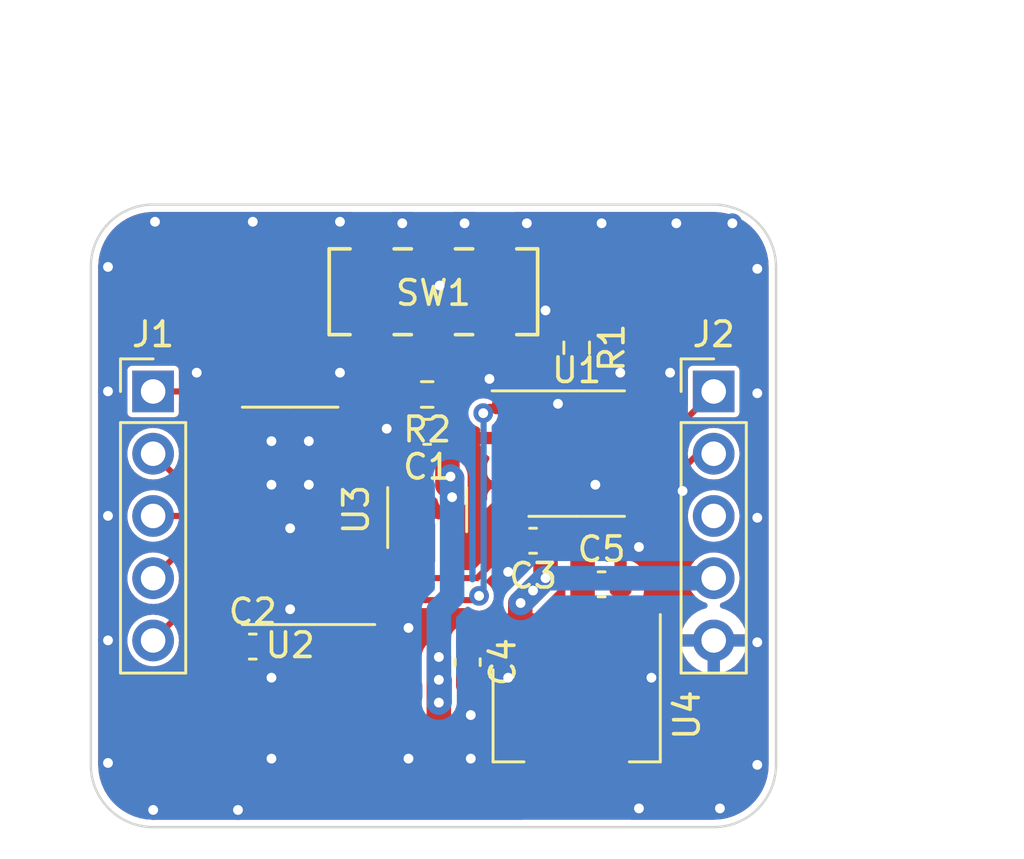
<source format=kicad_pcb>
(kicad_pcb (version 20221018) (generator pcbnew)
  (layers (0 "F.Cu" signal) (31 "B.Cu" signal) (34 "B.Paste" user) (35 "F.Paste" user) (36 "B.SilkS" user "B.Silkscreen") (37 "F.SilkS" user "F.Silkscreen") (38 "B.Mask" user) (39 "F.Mask" user) (44 "Edge.Cuts" user))
  (net 0 "")
  (net 1 "+3V3")
  (net 2 "GND")
  (net 3 "+5V")
  (net 4 "SPI_SCK")
  (net 5 "SPI_MOSI")
  (net 6 "SPI_MISO")
  (net 7 "SPI_CS")
  (net 8 "CANH")
  (net 9 "CANL")
  (net 11 "INT")
  (net 14 "CANTX")
  (net 15 "CANRX")
  (net 18 "Net-(U2-OSC1)")
  (net 22 "Net-(SW1A-B)")
  (footprint "Capacitor_SMD:C_0603_1608Metric" (layer "F.Cu") (at 135.128 78.994)
    (fp_text reference "C5" (at 0 -1.43) (layer "F.SilkS"))
    (fp_text value "10uF")
    (fp_line (start -0.14058 -0.51) (end 0.14058 -0.51) (stroke (width 0.12)) (layer "F.SilkS"))
    (fp_line (start -0.14058 0.51) (end 0.14058 0.51) (stroke (width 0.12)) (layer "F.SilkS"))
    (pad "1" smd roundrect (at -0.775 0) (size 0.9 0.95) (layers "F.Cu" "F.Paste" "F.Mask") (net 1 "+3V3"))
    (pad "2" smd roundrect (at 0.775 0) (size 0.9 0.95) (layers "F.Cu" "F.Paste" "F.Mask") (net 2 "GND"))
  )
  (footprint "Capacitor_SMD:C_0603_1608Metric" (layer "F.Cu") (at 120.904 81.534)
    (fp_text reference "C2" (at 0 -1.43) (layer "F.SilkS"))
    (fp_text value "0.1uF")
    (fp_line (start -0.14058 -0.51) (end 0.14058 -0.51) (stroke (width 0.12)) (layer "F.SilkS"))
    (fp_line (start -0.14058 0.51) (end 0.14058 0.51) (stroke (width 0.12)) (layer "F.SilkS"))
    (pad "1" smd roundrect (at -0.775 0) (size 0.9 0.95) (layers "F.Cu" "F.Paste" "F.Mask") (net 1 "+3V3"))
    (pad "2" smd roundrect (at 0.775 0) (size 0.9 0.95) (layers "F.Cu" "F.Paste" "F.Mask") (net 2 "GND"))
  )
  (footprint "Capacitor_SMD:C_0603_1608Metric" (layer "F.Cu") (at 129.667 82.169 -90)
    (fp_text reference "C4" (at 0 -1.43 90) (layer "F.SilkS"))
    (fp_text value "10uF")
    (fp_line (start -0.14058 -0.51) (end 0.14058 -0.51) (stroke (width 0.12)) (layer "F.SilkS"))
    (fp_line (start -0.14058 0.51) (end 0.14058 0.51) (stroke (width 0.12)) (layer "F.SilkS"))
    (pad "1" smd roundrect (at -0.775 0 270) (size 0.9 0.95) (layers "F.Cu" "F.Paste" "F.Mask") (net 3 "+5V"))
    (pad "2" smd roundrect (at 0.775 0 270) (size 0.9 0.95) (layers "F.Cu" "F.Paste" "F.Mask") (net 2 "GND"))
  )
  (footprint "Package_TO_SOT_SMD:SOT-223-3_TabPin2" (layer "F.Cu") (at 134.112 84.328 -90)
    (fp_text reference "U4" (at 0 -4.5 90) (layer "F.SilkS"))
    (fp_text value "LM1117MP-3.3")
    (fp_line (start -4.1 -3.41) (end 1.91 -3.41) (stroke (width 0.12)) (layer "F.SilkS"))
    (fp_line (start -1.85 3.41) (end 1.91 3.41) (stroke (width 0.12)) (layer "F.SilkS"))
    (fp_line (start 1.91 -3.41) (end 1.91 -2.15) (stroke (width 0.12)) (layer "F.SilkS"))
    (fp_line (start 1.91 3.41) (end 1.91 2.15) (stroke (width 0.12)) (layer "F.SilkS"))
    (pad "1" smd rect (at -3.15 -2.3 270) (size 2 1.5) (layers "F.Cu" "F.Paste" "F.Mask") (net 2 "GND"))
    (pad "2" smd rect (at -3.15 0 270) (size 2 1.5) (layers "F.Cu" "F.Paste" "F.Mask") (net 1 "+3V3"))
    (pad "2" smd rect (at 3.15 0 270) (size 2 3.8) (layers "F.Cu" "F.Paste" "F.Mask") (net 1 "+3V3"))
    (pad "3" smd rect (at -3.15 2.3 270) (size 2 1.5) (layers "F.Cu" "F.Paste" "F.Mask") (net 3 "+5V"))
  )
  (footprint "slideswitch:SSSS213202" (layer "F.Cu") (at 125.77 69.256 90)
    (fp_text reference "SW1" (at 2.15 2.5) (layer "F.SilkS"))
    (fp_text value "SW_DPDT_x2")
    (fp_line (start 0.45 -1.75) (end 3.95 -1.75) (stroke (width 0.15)) (layer "F.SilkS"))
    (fp_line (start 0.45 -0.9) (end 0.45 -1.75) (stroke (width 0.15)) (layer "F.SilkS"))
    (fp_line (start 0.45 0.9) (end 0.45 1.6) (stroke (width 0.15)) (layer "F.SilkS"))
    (fp_line (start 0.45 3.4) (end 0.45 4.1) (stroke (width 0.15)) (layer "F.SilkS"))
    (fp_line (start 0.45 5.9) (end 0.45 6.75) (stroke (width 0.15)) (layer "F.SilkS"))
    (fp_line (start 0.45 6.75) (end 3.95 6.75) (stroke (width 0.15)) (layer "F.SilkS"))
    (fp_line (start 3.95 -1.75) (end 3.95 -0.9) (stroke (width 0.15)) (layer "F.SilkS"))
    (fp_line (start 3.95 0.9) (end 3.95 1.6) (stroke (width 0.15)) (layer "F.SilkS"))
    (fp_line (start 3.95 3.4) (end 3.95 4.1) (stroke (width 0.15)) (layer "F.SilkS"))
    (fp_line (start 3.95 6.75) (end 3.95 5.9) (stroke (width 0.15)) (layer "F.SilkS"))
    (pad "1" smd rect (at 0 0 90) (size 1.4 1.2) (layers "F.Cu" "F.Paste" "F.Mask") (net 8 "CANH"))
    (pad "1" smd rect (at 4.4 0 90) (size 1.4 1.2) (layers "F.Cu" "F.Paste" "F.Mask") (net 8 "CANH"))
    (pad "2" smd rect (at 0 2.5 90) (size 1.4 1.2) (layers "F.Cu" "F.Paste" "F.Mask") (net 22 "Net-(SW1A-B)"))
    (pad "2" smd rect (at 4.4 2.5 90) (size 1.4 1.2) (layers "F.Cu" "F.Paste" "F.Mask") (net 22 "Net-(SW1A-B)"))
    (pad "3" smd rect (at 0 5 90) (size 1.4 1.2) (layers "F.Cu" "F.Paste" "F.Mask"))
    (pad "3" smd rect (at 4.4 5 90) (size 1.4 1.2) (layers "F.Cu" "F.Paste" "F.Mask"))
  )
  (footprint "Package_SO:SOIC-8_3.9x4.9mm_P1.27mm" (layer "F.Cu") (at 134.112 73.66)
    (fp_text reference "U1" (at 0 -3.4) (layer "F.SilkS"))
    (fp_text value "MCP2562-E-SN")
    (fp_line (start 0 -2.56) (end -3.45 -2.56) (stroke (width 0.12)) (layer "F.SilkS"))
    (fp_line (start 0 -2.56) (end 1.95 -2.56) (stroke (width 0.12)) (layer "F.SilkS"))
    (fp_line (start 0 2.56) (end -1.95 2.56) (stroke (width 0.12)) (layer "F.SilkS"))
    (fp_line (start 0 2.56) (end 1.95 2.56) (stroke (width 0.12)) (layer "F.SilkS"))
    (pad "1" smd roundrect (at -2.475 -1.905) (size 1.95 0.6) (layers "F.Cu" "F.Paste" "F.Mask") (net 14 "CANTX"))
    (pad "2" smd roundrect (at -2.475 -0.635) (size 1.95 0.6) (layers "F.Cu" "F.Paste" "F.Mask") (net 2 "GND"))
    (pad "3" smd roundrect (at -2.475 0.635) (size 1.95 0.6) (layers "F.Cu" "F.Paste" "F.Mask") (net 3 "+5V"))
    (pad "4" smd roundrect (at -2.475 1.905) (size 1.95 0.6) (layers "F.Cu" "F.Paste" "F.Mask") (net 15 "CANRX"))
    (pad "5" smd roundrect (at 2.475 1.905) (size 1.95 0.6) (layers "F.Cu" "F.Paste" "F.Mask") (net 1 "+3V3"))
    (pad "6" smd roundrect (at 2.475 0.635) (size 1.95 0.6) (layers "F.Cu" "F.Paste" "F.Mask") (net 9 "CANL"))
    (pad "7" smd roundrect (at 2.475 -0.635) (size 1.95 0.6) (layers "F.Cu" "F.Paste" "F.Mask") (net 8 "CANH"))
    (pad "8" smd roundrect (at 2.475 -1.905) (size 1.95 0.6) (layers "F.Cu" "F.Paste" "F.Mask") (net 2 "GND"))
  )
  (footprint "Connector_PinHeader_2.54mm:PinHeader_1x05_P2.54mm_Vertical" (layer "F.Cu") (at 139.7 71.125)
    (fp_text reference "J2" (at 0 -2.33) (layer "F.SilkS"))
    (fp_text value "Conn_01x05_Pin")
    (fp_line (start -1.33 -1.33) (end 0 -1.33) (stroke (width 0.12)) (layer "F.SilkS"))
    (fp_line (start -1.33 0) (end -1.33 -1.33) (stroke (width 0.12)) (layer "F.SilkS"))
    (fp_line (start -1.33 1.27) (end -1.33 11.49) (stroke (width 0.12)) (layer "F.SilkS"))
    (fp_line (start -1.33 1.27) (end 1.33 1.27) (stroke (width 0.12)) (layer "F.SilkS"))
    (fp_line (start -1.33 11.49) (end 1.33 11.49) (stroke (width 0.12)) (layer "F.SilkS"))
    (fp_line (start 1.33 1.27) (end 1.33 11.49) (stroke (width 0.12)) (layer "F.SilkS"))
    (pad "1" thru_hole rect (at 0 0) (size 1.7 1.7) (drill 1) (layers "*.Cu" "*.Mask") (net 8 "CANH"))
    (pad "2" thru_hole oval (at 0 2.54) (size 1.7 1.7) (drill 1) (layers "*.Cu" "*.Mask") (net 9 "CANL"))
    (pad "3" thru_hole oval (at 0 5.08) (size 1.7 1.7) (drill 1) (layers "*.Cu" "*.Mask"))
    (pad "4" thru_hole oval (at 0 7.62) (size 1.7 1.7) (drill 1) (layers "*.Cu" "*.Mask") (net 3 "+5V"))
    (pad "5" thru_hole oval (at 0 10.16) (size 1.7 1.7) (drill 1) (layers "*.Cu" "*.Mask") (net 2 "GND"))
  )
  (footprint "Resistor_SMD:R_0603_1608Metric" (layer "F.Cu") (at 128.016 71.247 180)
    (fp_text reference "R2" (at 0 -1.43) (layer "F.SilkS"))
    (fp_text value "10k")
    (fp_line (start -0.237258 -0.5225) (end 0.237258 -0.5225) (stroke (width 0.12)) (layer "F.SilkS"))
    (fp_line (start -0.237258 0.5225) (end 0.237258 0.5225) (stroke (width 0.12)) (layer "F.SilkS"))
    (pad "1" smd roundrect (at -0.825 0 180) (size 0.8 0.95) (layers "F.Cu" "F.Paste" "F.Mask") (net 1 "+3V3"))
    (pad "2" smd roundrect (at 0.825 0 180) (size 0.8 0.95) (layers "F.Cu" "F.Paste" "F.Mask") (net 11 "INT"))
  )
  (footprint "Capacitor_SMD:C_0603_1608Metric" (layer "F.Cu") (at 132.334 77.216 180)
    (fp_text reference "C3" (at 0 -1.43) (layer "F.SilkS"))
    (fp_text value "0.1uF")
    (fp_line (start -0.14058 -0.51) (end 0.14058 -0.51) (stroke (width 0.12)) (layer "F.SilkS"))
    (fp_line (start -0.14058 0.51) (end 0.14058 0.51) (stroke (width 0.12)) (layer "F.SilkS"))
    (pad "1" smd roundrect (at -0.775 0 180) (size 0.9 0.95) (layers "F.Cu" "F.Paste" "F.Mask") (net 3 "+5V"))
    (pad "2" smd roundrect (at 0.775 0 180) (size 0.9 0.95) (layers "F.Cu" "F.Paste" "F.Mask") (net 2 "GND"))
  )
  (footprint "Capacitor_SMD:C_0603_1608Metric" (layer "F.Cu") (at 128.016 72.771 180)
    (fp_text reference "C1" (at 0 -1.43) (layer "F.SilkS"))
    (fp_text value "0.1uF")
    (fp_line (start -0.14058 -0.51) (end 0.14058 -0.51) (stroke (width 0.12)) (layer "F.SilkS"))
    (fp_line (start -0.14058 0.51) (end 0.14058 0.51) (stroke (width 0.12)) (layer "F.SilkS"))
    (pad "1" smd roundrect (at -0.775 0 180) (size 0.9 0.95) (layers "F.Cu" "F.Paste" "F.Mask") (net 1 "+3V3"))
    (pad "2" smd roundrect (at 0.775 0 180) (size 0.9 0.95) (layers "F.Cu" "F.Paste" "F.Mask") (net 2 "GND"))
  )
  (footprint "Package_SO:SOIC-14_3.9x8.7mm_P1.27mm" (layer "F.Cu") (at 122.428 76.2 180)
    (fp_text reference "U2" (at 0 -5.28) (layer "F.SilkS"))
    (fp_text value "MCP2517FD-xSL")
    (fp_line (start 0 -4.435) (end -3.45 -4.435) (stroke (width 0.12)) (layer "F.SilkS"))
    (fp_line (start 0 -4.435) (end 1.95 -4.435) (stroke (width 0.12)) (layer "F.SilkS"))
    (fp_line (start 0 4.435) (end -1.95 4.435) (stroke (width 0.12)) (layer "F.SilkS"))
    (fp_line (start 0 4.435) (end 1.95 4.435) (stroke (width 0.12)) (layer "F.SilkS"))
    (pad "1" smd roundrect (at -2.475 -3.81 180) (size 1.95 0.6) (layers "F.Cu" "F.Paste" "F.Mask") (net 14 "CANTX"))
    (pad "2" smd roundrect (at -2.475 -2.54 180) (size 1.95 0.6) (layers "F.Cu" "F.Paste" "F.Mask") (net 15 "CANRX"))
    (pad "3" smd roundrect (at -2.475 -1.27 180) (size 1.95 0.6) (layers "F.Cu" "F.Paste" "F.Mask"))
    (pad "4" smd roundrect (at -2.475 0 180) (size 1.95 0.6) (layers "F.Cu" "F.Paste" "F.Mask") (net 11 "INT"))
    (pad "5" smd roundrect (at -2.475 1.27 180) (size 1.95 0.6) (layers "F.Cu" "F.Paste" "F.Mask"))
    (pad "6" smd roundrect (at -2.475 2.54 180) (size 1.95 0.6) (layers "F.Cu" "F.Paste" "F.Mask") (net 18 "Net-(U2-OSC1)"))
    (pad "7" smd roundrect (at -2.475 3.81 180) (size 1.95 0.6) (layers "F.Cu" "F.Paste" "F.Mask") (net 2 "GND"))
    (pad "8" smd roundrect (at 2.475 3.81 180) (size 1.95 0.6) (layers "F.Cu" "F.Paste" "F.Mask"))
    (pad "9" smd roundrect (at 2.475 2.54 180) (size 1.95 0.6) (layers "F.Cu" "F.Paste" "F.Mask"))
    (pad "10" smd roundrect (at 2.475 1.27 180) (size 1.95 0.6) (layers "F.Cu" "F.Paste" "F.Mask") (net 4 "SPI_SCK"))
    (pad "11" smd roundrect (at 2.475 0 180) (size 1.95 0.6) (layers "F.Cu" "F.Paste" "F.Mask") (net 5 "SPI_MOSI"))
    (pad "12" smd roundrect (at 2.475 -1.27 180) (size 1.95 0.6) (layers "F.Cu" "F.Paste" "F.Mask") (net 6 "SPI_MISO"))
    (pad "13" smd roundrect (at 2.475 -2.54 180) (size 1.95 0.6) (layers "F.Cu" "F.Paste" "F.Mask") (net 7 "SPI_CS"))
    (pad "14" smd roundrect (at 2.475 -3.81 180) (size 1.95 0.6) (layers "F.Cu" "F.Paste" "F.Mask") (net 1 "+3V3"))
  )
  (footprint "Connector_PinHeader_2.54mm:PinHeader_1x05_P2.54mm_Vertical" (layer "F.Cu") (at 116.84 71.125)
    (fp_text reference "J1" (at 0 -2.33) (layer "F.SilkS"))
    (fp_text value "Conn_01x05_Pin")
    (fp_line (start -1.33 -1.33) (end 0 -1.33) (stroke (width 0.12)) (layer "F.SilkS"))
    (fp_line (start -1.33 0) (end -1.33 -1.33) (stroke (width 0.12)) (layer "F.SilkS"))
    (fp_line (start -1.33 1.27) (end -1.33 11.49) (stroke (width 0.12)) (layer "F.SilkS"))
    (fp_line (start -1.33 1.27) (end 1.33 1.27) (stroke (width 0.12)) (layer "F.SilkS"))
    (fp_line (start -1.33 11.49) (end 1.33 11.49) (stroke (width 0.12)) (layer "F.SilkS"))
    (fp_line (start 1.33 1.27) (end 1.33 11.49) (stroke (width 0.12)) (layer "F.SilkS"))
    (pad "1" thru_hole rect (at 0 0) (size 1.7 1.7) (drill 1) (layers "*.Cu" "*.Mask") (net 11 "INT"))
    (pad "2" thru_hole oval (at 0 2.54) (size 1.7 1.7) (drill 1) (layers "*.Cu" "*.Mask") (net 4 "SPI_SCK"))
    (pad "3" thru_hole oval (at 0 5.08) (size 1.7 1.7) (drill 1) (layers "*.Cu" "*.Mask") (net 5 "SPI_MOSI"))
    (pad "4" thru_hole oval (at 0 7.62) (size 1.7 1.7) (drill 1) (layers "*.Cu" "*.Mask") (net 6 "SPI_MISO"))
    (pad "5" thru_hole oval (at 0 10.16) (size 1.7 1.7) (drill 1) (layers "*.Cu" "*.Mask") (net 7 "SPI_CS"))
  )
  (footprint "Package_TO_SOT_SMD:SOT-23-5_HandSoldering" (layer "F.Cu") (at 128.016 75.946 90)
    (fp_text reference "U3" (at 0 -2.9 90) (layer "F.SilkS"))
    (fp_text value "~")
    (fp_line (start -0.9 1.61) (end 0.9 1.61) (stroke (width 0.12)) (layer "F.SilkS"))
    (fp_line (start 0.9 -1.61) (end -1.55 -1.61) (stroke (width 0.12)) (layer "F.SilkS"))
    (pad "1" smd rect (at -1.35 -0.95 90) (size 1.56 0.65) (layers "F.Cu" "F.Paste" "F.Mask") (net 2 "GND"))
    (pad "2" smd rect (at -1.35 0 90) (size 1.56 0.65) (layers "F.Cu" "F.Paste" "F.Mask"))
    (pad "3" smd rect (at -1.35 0.95 90) (size 1.56 0.65) (layers "F.Cu" "F.Paste" "F.Mask"))
    (pad "4" smd rect (at 1.35 0.95 90) (size 1.56 0.65) (layers "F.Cu" "F.Paste" "F.Mask") (net 1 "+3V3"))
    (pad "5" smd rect (at 1.35 -0.95 90) (size 1.56 0.65) (layers "F.Cu" "F.Paste" "F.Mask") (net 18 "Net-(U2-OSC1)"))
  )
  (footprint "Resistor_SMD:R_0603_1608Metric" (layer "F.Cu") (at 134.112 69.342 -90)
    (fp_text reference "R1" (at 0 -1.43 90) (layer "F.SilkS"))
    (fp_text value "120")
    (fp_line (start -0.237258 -0.5225) (end 0.237258 -0.5225) (stroke (width 0.12)) (layer "F.SilkS"))
    (fp_line (start -0.237258 0.5225) (end 0.237258 0.5225) (stroke (width 0.12)) (layer "F.SilkS"))
    (pad "1" smd roundrect (at -0.825 0 270) (size 0.8 0.95) (layers "F.Cu" "F.Paste" "F.Mask") (net 22 "Net-(SW1A-B)"))
    (pad "2" smd roundrect (at 0.825 0 270) (size 0.8 0.95) (layers "F.Cu" "F.Paste" "F.Mask") (net 9 "CANL"))
  )
  (gr_line (start 114.3 66.04) (end 114.3 86.36) (stroke (width 0.1)) (layer "Edge.Cuts"))
  (gr_line (start 139.7 63.5) (end 116.84 63.5) (stroke (width 0.1)) (layer "Edge.Cuts"))
  (gr_arc (start 139.7 63.5) (mid 141.496051 64.243949) (end 142.24 66.04) (stroke (width 0.1)) (layer "Edge.Cuts"))
  (gr_arc (start 142.24 86.36) (mid 141.496051 88.156051) (end 139.7 88.9) (stroke (width 0.1)) (layer "Edge.Cuts"))
  (gr_line (start 116.84 88.9) (end 139.7 88.9) (stroke (width 0.1)) (layer "Edge.Cuts"))
  (gr_arc (start 114.3 66.04) (mid 115.043949 64.243949) (end 116.84 63.5) (stroke (width 0.1)) (layer "Edge.Cuts"))
  (gr_arc (start 116.84 88.9) (mid 115.043949 88.156051) (end 114.3 86.36) (stroke (width 0.1)) (layer "Edge.Cuts"))
  (gr_line (start 142.24 86.36) (end 142.24 66.04) (stroke (width 0.1)) (layer "Edge.Cuts"))
  (segment (start 120.129 86.474) (end 121.133 87.478) (width 1) (layer "F.Cu") (net 1))
  (segment (start 134.353 78.994) (end 134.353 80.937) (width 1) (layer "F.Cu") (net 1))
  (segment (start 119.953 81.358) (end 120.129 81.534) (width 1) (layer "F.Cu") (net 1))
  (segment (start 119.953 80.01) (end 119.953 81.358) (width 1) (layer "F.Cu") (net 1))
  (segment (start 134.353 80.937) (end 134.112 81.178) (width 1) (layer "F.Cu") (net 1))
  (segment (start 128.492 83.82) (end 128.492 87.446) (width 1) (layer "F.Cu") (net 1))
  (segment (start 121.133 87.478) (end 128.524 87.478) (width 1) (layer "F.Cu") (net 1))
  (segment (start 128.524 87.478) (end 134.112 87.478) (width 1) (layer "F.Cu") (net 1))
  (segment (start 128.841 71.247) (end 128.841 74.950238) (width 1) (layer "F.Cu") (net 1))
  (segment (start 128.966 74.596) (end 128.966 75.075238) (width 1) (layer "F.Cu") (net 1))
  (segment (start 128.492 87.446) (end 128.524 87.478) (width 1) (layer "F.Cu") (net 1))
  (segment (start 120.129 81.534) (end 120.129 86.474) (width 1) (layer "F.Cu") (net 1))
  (segment (start 128.492 81.959994) (end 128.492 83.82) (width 1) (layer "F.Cu") (net 1))
  (segment (start 136.587 75.565) (end 134.353 77.799) (width 1) (layer "F.Cu") (net 1))
  (segment (start 134.353 77.799) (end 134.353 78.994) (width 1) (layer "F.Cu") (net 1))
  (segment (start 128.841 74.471) (end 128.966 74.596) (width 0.25) (layer "F.Cu") (net 1))
  (via (at 128.492 83.82) (size 0.8) (drill 0.4) (layers "F.Cu" "B.Cu") (net 1))
  (via (at 129.032 75.438) (size 0.8) (drill 0.4) (layers "F.Cu" "B.Cu") (net 1))
  (via (at 128.966 74.596) (size 0.8) (drill 0.4) (layers "F.Cu" "B.Cu") (net 1))
  (via (at 128.492 81.959994) (size 0.8) (drill 0.4) (layers "F.Cu" "B.Cu") (net 1))
  (via (at 128.492 82.889997) (size 0.8) (drill 0.4) (layers "F.Cu" "B.Cu") (net 1))
  (segment (start 129.032 74.662) (end 128.966 74.596) (width 1) (layer "B.Cu") (net 1))
  (segment (start 129.032 75.438) (end 129.032 74.662) (width 1) (layer "B.Cu") (net 1))
  (segment (start 129.032 79.502) (end 129.032 75.438) (width 1) (layer "B.Cu") (net 1))
  (segment (start 128.492 81.959994) (end 128.492 82.889997) (width 1) (layer "B.Cu") (net 1))
  (segment (start 128.524 83.788) (end 128.492 83.82) (width 1) (layer "B.Cu") (net 1))
  (segment (start 128.492 82.889997) (end 128.524 82.921997) (width 1) (layer "B.Cu") (net 1))
  (segment (start 128.492 81.959994) (end 128.492 80.042) (width 1) (layer "B.Cu") (net 1))
  (segment (start 128.524 82.921997) (end 128.524 83.788) (width 1) (layer "B.Cu") (net 1))
  (segment (start 128.492 80.042) (end 129.032 79.502) (width 1) (layer "B.Cu") (net 1))
  (segment (start 126.111 72.39) (end 126.365 72.644) (width 0.25) (layer "F.Cu") (net 2))
  (segment (start 126.365 72.644) (end 127.114 72.644) (width 0.25) (layer "F.Cu") (net 2))
  (segment (start 124.903 72.39) (end 126.111 72.39) (width 0.25) (layer "F.Cu") (net 2))
  (segment (start 127.114 72.644) (end 127.241 72.771) (width 0.25) (layer "F.Cu") (net 2))
  (via (at 132.842 67.818) (size 0.8) (drill 0.4) (layers "F.Cu" "B.Cu") (net 2))
  (via (at 136.652 77.47) (size 0.8) (drill 0.4) (layers "F.Cu" "B.Cu") (net 2))
  (via (at 115 81.28) (size 0.8) (drill 0.4) (layers "F.Cu" "B.Cu") (net 2))
  (via (at 132.08 64.262) (size 0.8) (drill 0.4) (layers "F.Cu" "B.Cu") (net 2))
  (via (at 122.428 76.708) (size 0.8) (drill 0.4) (layers "F.Cu" "B.Cu") (net 2))
  (via (at 122.428 80.01) (size 0.8) (drill 0.4) (layers "F.Cu" "B.Cu") (net 2))
  (via (at 141.478 71.197379) (size 0.8) (drill 0.4) (layers "F.Cu" "B.Cu") (net 2))
  (via (at 124.46 70.358) (size 0.8) (drill 0.4) (layers "F.Cu" "B.Cu") (net 2))
  (via (at 131.318 78.486) (size 0.8) (drill 0.4) (layers "F.Cu" "B.Cu") (net 2))
  (via (at 135.89 70.358) (size 0.8) (drill 0.4) (layers "F.Cu" "B.Cu") (net 2))
  (via (at 115 71.12) (size 0.8) (drill 0.4) (layers "F.Cu" "B.Cu") (net 2))
  (via (at 128.524 66.802) (size 0.8) (drill 0.4) (layers "F.Cu" "B.Cu") (net 2))
  (via (at 133.35 71.628) (size 0.8) (drill 0.4) (layers "F.Cu" "B.Cu") (net 2))
  (via (at 141.478037 66.120278) (size 0.8) (drill 0.4) (layers "F.Cu" "B.Cu") (net 2))
  (via (at 137.16 82.804) (size 0.8) (drill 0.4) (layers "F.Cu" "B.Cu") (net 2))
  (via (at 123.19 74.93) (size 0.8) (drill 0.4) (layers "F.Cu" "B.Cu") (net 2))
  (via (at 129.54 64.262) (size 0.8) (drill 0.4) (layers "F.Cu" "B.Cu") (net 2))
  (via (at 137.922 70.358) (size 0.8) (drill 0.4) (layers "F.Cu" "B.Cu") (net 2))
  (via (at 121.666 73.152) (size 0.8) (drill 0.4) (layers "F.Cu" "B.Cu") (net 2))
  (via (at 140.462 64.262) (size 0.8) (drill 0.4) (layers "F.Cu" "B.Cu") (net 2))
  (via (at 121.666 74.93) (size 0.8) (drill 0.4) (layers "F.Cu" "B.Cu") (net 2))
  (via (at 127.254 86.106) (size 0.8) (drill 0.4) (layers "F.Cu" "B.Cu") (net 2))
  (via (at 127 64.262) (size 0.8) (drill 0.4) (layers "F.Cu" "B.Cu") (net 2))
  (via (at 138.176 64.262) (size 0.8) (drill 0.4) (layers "F.Cu" "B.Cu") (net 2))
  (via (at 115 76.2) (size 0.8) (drill 0.4) (layers "F.Cu" "B.Cu") (net 2))
  (via (at 139.954 88.138) (size 0.8) (drill 0.4) (layers "F.Cu" "B.Cu") (net 2))
  (via (at 129.794 84.328) (size 0.8) (drill 0.4) (layers "F.Cu" "B.Cu") (net 2))
  (via (at 141.478 86.36) (size 0.8) (drill 0.4) (layers "F.Cu" "B.Cu") (net 2))
  (via (at 136.652 88.138) (size 0.8) (drill 0.4) (layers "F.Cu" "B.Cu") (net 2))
  (via (at 131.318 82.804) (size 0.8) (drill 0.4) (layers "F.Cu" "B.Cu") (net 2))
  (via (at 129.794 86.106) (size 0.8) (drill 0.4) (layers "F.Cu" "B.Cu") (net 2))
  (via (at 141.478 81.357379) (size 0.8) (drill 0.4) (layers "F.Cu" "B.Cu") (net 2))
  (via (at 120.904 64.2) (size 0.8) (drill 0.4) (layers "F.Cu" "B.Cu") (net 2))
  (via (at 135.128 64.262) (size 0.8) (drill 0.4) (layers "F.Cu" "B.Cu") (net 2))
  (via (at 115 86.282621) (size 0.8) (drill 0.4) (layers "F.Cu" "B.Cu") (net 2))
  (via (at 121.666 82.804) (size 0.8) (drill 0.4) (layers "F.Cu" "B.Cu") (net 2))
  (via (at 120.300119 88.200755) (size 0.8) (drill 0.4) (layers "F.Cu" "B.Cu") (net 2))
  (via (at 134.874 74.93) (size 0.8) (drill 0.4) (layers "F.Cu" "B.Cu") (net 2))
  (via (at 115.000037 66.042899) (size 0.8) (drill 0.4) (layers "F.Cu" "B.Cu") (net 2))
  (via (at 124.46 64.2) (size 0.8) (drill 0.4) (layers "F.Cu" "B.Cu") (net 2))
  (via (at 118.618 70.358) (size 0.8) (drill 0.4) (layers "F.Cu" "B.Cu") (net 2))
  (via (at 138.43 75.184) (size 0.8) (drill 0.4) (layers "F.Cu" "B.Cu") (net 2))
  (via (at 141.478 76.277379) (size 0.8) (drill 0.4) (layers "F.Cu" "B.Cu") (net 2))
  (via (at 123.19 73.152) (size 0.8) (drill 0.4) (layers "F.Cu" "B.Cu") (net 2))
  (via (at 127.254 80.772) (size 0.8) (drill 0.4) (layers "F.Cu" "B.Cu") (net 2))
  (via (at 116.842899 88.199963) (size 0.8) (drill 0.4) (layers "F.Cu" "B.Cu") (net 2))
  (via (at 126.365 72.644) (size 0.8) (drill 0.4) (layers "F.Cu" "B.Cu") (net 2))
  (via (at 121.666 86.106) (size 0.8) (drill 0.4) (layers "F.Cu" "B.Cu") (net 2))
  (via (at 130.556 70.612) (size 0.8) (drill 0.4) (layers "F.Cu" "B.Cu") (net 2))
  (via (at 116.917379 64.2) (size 0.8) (drill 0.4) (layers "F.Cu" "B.Cu") (net 2))
  (segment (start 129.807 81.28) (end 131.71 81.28) (width 1) (layer "F.Cu") (net 3))
  (segment (start 132.842 74.295) (end 133.312 74.765) (width 1) (layer "F.Cu") (net 3))
  (segment (start 133.312 74.765) (end 133.312 77.013) (width 1) (layer "F.Cu") (net 3))
  (segment (start 133.312 77.013) (end 133.109 77.216) (width 1) (layer "F.Cu") (net 3))
  (segment (start 131.637 74.295) (end 132.842 74.295) (width 1) (layer "F.Cu") (net 3))
  (segment (start 131.812 81.178) (end 131.812 79.77) (width 1) (layer "F.Cu") (net 3))
  (segment (start 131.71 81.28) (end 131.812 81.178) (width 1) (layer "F.Cu") (net 3))
  (segment (start 132.842 77.483) (end 133.109 77.216) (width 1) (layer "F.Cu") (net 3))
  (segment (start 132.842 78.74) (end 132.842 77.483) (width 1) (layer "F.Cu") (net 3))
  (segment (start 131.812 79.77) (end 132.842 78.74) (width 1) (layer "F.Cu") (net 3))
  (via (at 132.842 78.74) (size 0.8) (drill 0.4) (layers "F.Cu" "B.Cu") (net 3))
  (via (at 132.334 79.248) (size 0.8) (drill 0.4) (layers "F.Cu" "B.Cu") (net 3))
  (via (at 131.826 79.756) (size 0.8) (drill 0.4) (layers "F.Cu" "B.Cu") (net 3))
  (segment (start 132.842 78.74) (end 132.334 79.248) (width 1) (layer "B.Cu") (net 3))
  (segment (start 139.7 78.745) (end 132.847 78.745) (width 1) (layer "B.Cu") (net 3))
  (segment (start 132.334 79.248) (end 131.826 79.756) (width 1) (layer "B.Cu") (net 3))
  (segment (start 118.105 74.93) (end 119.953 74.93) (width 0.25) (layer "F.Cu") (net 4))
  (segment (start 116.84 73.665) (end 118.105 74.93) (width 0.25) (layer "F.Cu") (net 4))
  (segment (start 119.948 76.205) (end 119.953 76.2) (width 0.25) (layer "F.Cu") (net 5))
  (segment (start 116.84 76.205) (end 119.948 76.205) (width 0.25) (layer "F.Cu") (net 5))
  (segment (start 118.115 77.47) (end 119.953 77.47) (width 0.25) (layer "F.Cu") (net 6))
  (segment (start 116.84 78.745) (end 118.115 77.47) (width 0.25) (layer "F.Cu") (net 6))
  (segment (start 116.84 81.285) (end 119.385 78.74) (width 0.25) (layer "F.Cu") (net 7))
  (segment (start 119.385 78.74) (end 119.953 78.74) (width 0.25) (layer "F.Cu") (net 7))
  (segment (start 137.8 73.025) (end 139.7 71.125) (width 0.25) (layer "F.Cu") (net 8))
  (segment (start 136.587 73.025) (end 137.8 73.025) (width 0.25) (layer "F.Cu") (net 8))
  (segment (start 134.912 69.743996) (end 134.410004 69.242) (width 0.25) (layer "F.Cu") (net 8))
  (segment (start 134.912 72.682) (end 134.912 69.743996) (width 0.25) (layer "F.Cu") (net 8))
  (segment (start 125.77 68.413) (end 125.77 69.256) (width 0.25) (layer "F.Cu") (net 8))
  (segment (start 131.155 67.691) (end 126.492 67.691) (width 0.25) (layer "F.Cu") (net 8))
  (segment (start 136.587 73.025) (end 135.255 73.025) (width 0.25) (layer "F.Cu") (net 8))
  (segment (start 126.492 67.691) (end 125.77 68.413) (width 0.25) (layer "F.Cu") (net 8))
  (segment (start 134.410004 69.242) (end 132.706 69.242) (width 0.25) (layer "F.Cu") (net 8))
  (segment (start 132.706 69.242) (end 131.155 67.691) (width 0.25) (layer "F.Cu") (net 8))
  (segment (start 135.255 73.025) (end 134.912 72.682) (width 0.25) (layer "F.Cu") (net 8))
  (segment (start 139.7 73.665) (end 139.06 73.665) (width 0.25) (layer "F.Cu") (net 9))
  (segment (start 134.112 72.794999) (end 135.612001 74.295) (width 0.25) (layer "F.Cu") (net 9))
  (segment (start 139.06 73.665) (end 138.43 74.295) (width 0.25) (layer "F.Cu") (net 9))
  (segment (start 138.43 74.295) (end 136.587 74.295) (width 0.25) (layer "F.Cu") (net 9))
  (segment (start 135.612001 74.295) (end 136.587 74.295) (width 0.25) (layer "F.Cu") (net 9))
  (segment (start 134.112 70.167) (end 134.112 72.794999) (width 0.25) (layer "F.Cu") (net 9))
  (segment (start 124.903 76.2) (end 123.063 76.2) (width 0.25) (layer "F.Cu") (net 11))
  (segment (start 122.428 71.125) (end 127.069 71.125) (width 0.25) (layer "F.Cu") (net 11))
  (segment (start 123.063 76.2) (end 122.428 75.565) (width 0.25) (layer "F.Cu") (net 11))
  (segment (start 116.84 71.125) (end 122.428 71.125) (width 0.25) (layer "F.Cu") (net 11))
  (segment (start 122.428 75.565) (end 122.428 71.125) (width 0.25) (layer "F.Cu") (net 11))
  (segment (start 127.069 71.125) (end 127.191 71.247) (width 0.25) (layer "F.Cu") (net 11))
  (segment (start 130.556 71.755) (end 131.637 71.755) (width 0.25) (layer "F.Cu") (net 14))
  (segment (start 126.355562 79.638438) (end 125.984 80.01) (width 0.25) (layer "F.Cu") (net 14))
  (segment (start 125.984 80.01) (end 124.903 80.01) (width 0.25) (layer "F.Cu") (net 14))
  (segment (start 130.132 79.465) (end 129.958562 79.638438) (width 0.25) (layer "F.Cu") (net 14))
  (segment (start 130.302 72.009) (end 130.556 71.755) (width 0.25) (layer "F.Cu") (net 14))
  (segment (start 129.958562 79.638438) (end 126.355562 79.638438) (width 0.25) (layer "F.Cu") (net 14))
  (via (at 130.132 79.465) (size 0.8) (drill 0.4) (layers "F.Cu" "B.Cu") (net 14))
  (via (at 130.302 72.009) (size 0.8) (drill 0.4) (layers "F.Cu" "B.Cu") (net 14))
  (segment (start 130.317259 72.024259) (end 130.302 72.009) (width 0.25) (layer "B.Cu") (net 14))
  (segment (start 130.132 79.465) (end 130.317259 79.279741) (width 0.25) (layer "B.Cu") (net 14))
  (segment (start 130.317259 79.279741) (end 130.317259 73.040259) (width 0.25) (layer "B.Cu") (net 14))
  (segment (start 130.317259 73.040259) (end 130.317259 72.024259) (width 0.25) (layer "B.Cu") (net 14))
  (segment (start 131.637 75.565) (end 130.937 75.565) (width 0.25) (layer "F.Cu") (net 15))
  (segment (start 130.556 78.232) (end 130.048 78.74) (width 0.25) (layer "F.Cu") (net 15))
  (segment (start 130.048 78.74) (end 124.903 78.74) (width 0.25) (layer "F.Cu") (net 15))
  (segment (start 130.556 75.946) (end 130.556 78.232) (width 0.25) (layer "F.Cu") (net 15))
  (segment (start 130.937 75.565) (end 130.556 75.946) (width 0.25) (layer "F.Cu") (net 15))
  (segment (start 126.13 73.66) (end 127.066 74.596) (width 0.25) (layer "F.Cu") (net 18))
  (segment (start 124.903 73.66) (end 126.13 73.66) (width 0.25) (layer "F.Cu") (net 18))
  (segment (start 129.286 66.421) (end 133.477 66.421) (width 0.25) (layer "F.Cu") (net 22))
  (segment (start 128.27 64.856) (end 128.27 65.405) (width 0.25) (layer "F.Cu") (net 22))
  (segment (start 133.477 66.421) (end 134.112 67.056) (width 0.25) (layer "F.Cu") (net 22))
  (segment (start 134.112 67.056) (end 134.112 68.517) (width 0.25) (layer "F.Cu") (net 22))
  (segment (start 128.27 65.405) (end 129.286 66.421) (width 0.25) (layer "F.Cu") (net 22))
  (zone (net 2) (net_name "GND") (layer "F.Cu") (priority 1) (connect_pads (clearance 0)) (min_thickness 0.25) (fill yes (thermal_gap 0.5) (thermal_bridge_width 0.5))
    (polygon (pts (xy 114.3 63.5) (xy 114.3 88.9) (xy 142.24 88.9) (xy 142.24 63.5)))
  )
  (zone (net 2) (net_name "GND") (layer "B.Cu") (connect_pads (clearance 0)) (min_thickness 0.25) (fill yes (thermal_gap 0.5) (thermal_bridge_width 0.5))
    (polygon (pts (xy 114.3 63.5) (xy 114.3 88.9) (xy 142.24 88.9) (xy 142.24 63.5)))
  )
)
</source>
